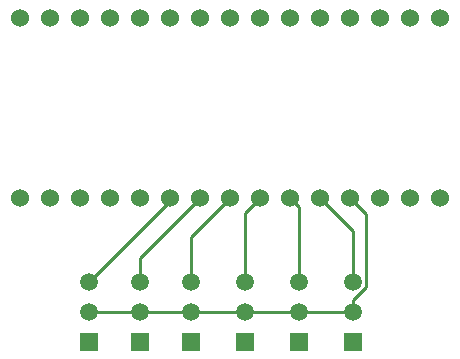
<source format=gtl>
G04 Layer_Physical_Order=1*
G04 Layer_Color=255*
%FSLAX24Y24*%
%MOIN*%
G70*
G01*
G75*
%ADD10C,0.0100*%
%ADD11C,0.0600*%
%ADD12R,0.0591X0.0591*%
%ADD13C,0.0591*%
D10*
X4700Y3300D02*
X11700D01*
X13450D01*
X13500D02*
Y3670D01*
X13945Y4116D01*
Y6555D01*
X13400Y7100D02*
X13945Y6555D01*
X13500Y4300D02*
Y6000D01*
X12400Y7100D02*
X13500Y6000D01*
X11700Y4300D02*
Y6800D01*
X11400Y7100D02*
X11700Y6800D01*
X9900Y4300D02*
Y6600D01*
X10400Y7100D01*
X8100Y4300D02*
Y5800D01*
X9400Y7100D01*
X6400Y4300D02*
Y5100D01*
X8400Y7100D01*
X4700Y4300D02*
X7400Y7000D01*
D11*
X2400Y13100D02*
D03*
X3400D02*
D03*
X4400D02*
D03*
X5400D02*
D03*
X6400D02*
D03*
X7400D02*
D03*
X8400D02*
D03*
X9400D02*
D03*
X10400D02*
D03*
X11400D02*
D03*
X12400D02*
D03*
X13400D02*
D03*
X15400D02*
D03*
X16400D02*
D03*
X14400D02*
D03*
X16400Y7100D02*
D03*
X15400D02*
D03*
X14400D02*
D03*
X13400D02*
D03*
X12400D02*
D03*
X11400D02*
D03*
X10400D02*
D03*
X9400D02*
D03*
X8400D02*
D03*
X7400D02*
D03*
X6400D02*
D03*
X5400D02*
D03*
X3400D02*
D03*
X2400D02*
D03*
X4400D02*
D03*
D12*
X8100Y2300D02*
D03*
X6400D02*
D03*
X4700D02*
D03*
X11700D02*
D03*
X9900D02*
D03*
X13500D02*
D03*
D13*
X8100Y3300D02*
D03*
Y4300D02*
D03*
X6400Y3300D02*
D03*
Y4300D02*
D03*
X4700Y3300D02*
D03*
Y4300D02*
D03*
X11700Y3300D02*
D03*
Y4300D02*
D03*
X9900Y3300D02*
D03*
Y4300D02*
D03*
X13500D02*
D03*
Y3300D02*
D03*
M02*

</source>
